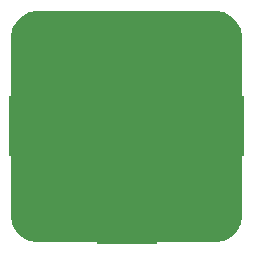
<source format=gbr>
%TF.GenerationSoftware,KiCad,Pcbnew,6.0.1-79c1e3a40b~116~ubuntu20.04.1*%
%TF.CreationDate,2022-01-30T13:12:07+01:00*%
%TF.ProjectId,mixer,6d697865-722e-46b6-9963-61645f706362,rev?*%
%TF.SameCoordinates,Original*%
%TF.FileFunction,Copper,L2,Bot*%
%TF.FilePolarity,Positive*%
%FSLAX46Y46*%
G04 Gerber Fmt 4.6, Leading zero omitted, Abs format (unit mm)*
G04 Created by KiCad (PCBNEW 6.0.1-79c1e3a40b~116~ubuntu20.04.1) date 2022-01-30 13:12:07*
%MOMM*%
%LPD*%
G01*
G04 APERTURE LIST*
%TA.AperFunction,ComponentPad*%
%ADD10C,1.016000*%
%TD*%
%TA.AperFunction,ComponentPad*%
%ADD11C,0.800000*%
%TD*%
%TA.AperFunction,SMDPad,CuDef*%
%ADD12R,3.000000X5.200000*%
%TD*%
%TA.AperFunction,SMDPad,CuDef*%
%ADD13R,5.200000X3.000000*%
%TD*%
%TA.AperFunction,ComponentPad*%
%ADD14C,3.400000*%
%TD*%
%TA.AperFunction,ViaPad*%
%ADD15C,0.800000*%
%TD*%
G04 APERTURE END LIST*
D10*
%TO.P,U1,1,GND*%
%TO.N,GND*%
X145230000Y-78000000D03*
X149040000Y-73809000D03*
X143960000Y-78000000D03*
X149040000Y-78000000D03*
X146500000Y-78000000D03*
X147770000Y-78000000D03*
%TO.P,U1,4,GND*%
X143960000Y-82191000D03*
%TO.P,U1,5,GND*%
X146500000Y-82191000D03*
%TD*%
D11*
%TO.P,J3,2,Pin_2*%
%TO.N,GND*%
X155500000Y-79000000D03*
X156500000Y-79000000D03*
X157000000Y-76500000D03*
X155000000Y-76500000D03*
X157000000Y-78500000D03*
D12*
X156000000Y-77500000D03*
D11*
X155500000Y-76000000D03*
X156500000Y-76000000D03*
X156000000Y-76500000D03*
X155000000Y-78500000D03*
X156000000Y-78500000D03*
%TD*%
%TO.P,J2,2,Pin_2*%
%TO.N,GND*%
X146500000Y-86000000D03*
X146500000Y-85000000D03*
X148500000Y-86000000D03*
X149000000Y-86500000D03*
X149000000Y-85500000D03*
D13*
X147500000Y-86000000D03*
D11*
X146500000Y-87000000D03*
X148500000Y-85000000D03*
X148500000Y-87000000D03*
X146000000Y-86500000D03*
X146000000Y-85500000D03*
%TD*%
%TO.P,J1,2,Pin_2*%
%TO.N,GND*%
X139500000Y-76000000D03*
X138500000Y-76000000D03*
X138000000Y-78500000D03*
X140000000Y-78500000D03*
X138000000Y-76500000D03*
D12*
X139000000Y-77500000D03*
D11*
X139500000Y-79000000D03*
X138500000Y-79000000D03*
X139000000Y-78500000D03*
X140000000Y-76500000D03*
X139000000Y-76500000D03*
%TD*%
D14*
%TO.P,H4,1,1*%
%TO.N,GND*%
X140000000Y-85000000D03*
%TD*%
%TO.P,H3,1,1*%
%TO.N,GND*%
X140000000Y-70000000D03*
%TD*%
%TO.P,H2,1,1*%
%TO.N,GND*%
X155000000Y-70000000D03*
%TD*%
%TO.P,H1,1,1*%
%TO.N,GND*%
X155000000Y-85000000D03*
%TD*%
D15*
%TO.N,GND*%
X145000000Y-80000000D03*
X155000000Y-72500000D03*
X155000000Y-75000000D03*
X155000000Y-80000000D03*
X152500000Y-80000000D03*
X155000000Y-82500000D03*
X152500000Y-85000000D03*
X152500000Y-82500000D03*
X145000000Y-82500000D03*
X145000000Y-85000000D03*
X142500000Y-85000000D03*
X142500000Y-82500000D03*
X142500000Y-80000000D03*
X140000000Y-80000000D03*
X140000000Y-82500000D03*
X140000000Y-72500000D03*
X152500000Y-70000000D03*
X150000000Y-70000000D03*
X147500000Y-70000000D03*
X145000000Y-70000000D03*
X142500000Y-70000000D03*
X151500000Y-83000000D03*
X149500000Y-85000000D03*
X150000000Y-84500000D03*
X150500000Y-84000000D03*
X151000000Y-83500000D03*
X152000000Y-79500000D03*
X151500000Y-82000000D03*
X151500000Y-81000000D03*
X151500000Y-80000000D03*
X151000000Y-79500000D03*
X151000000Y-80500000D03*
X151000000Y-81500000D03*
X151000000Y-82500000D03*
X150500000Y-83000000D03*
X150000000Y-83500000D03*
X140000000Y-75500000D03*
X140500000Y-75000000D03*
X145000000Y-72500000D03*
X144000000Y-72500000D03*
X143000000Y-72500000D03*
X141000000Y-74500000D03*
X141500000Y-75000000D03*
X142000000Y-74500000D03*
X141500000Y-74000000D03*
X142000000Y-73500000D03*
X142500000Y-73000000D03*
X143500000Y-73000000D03*
X144500000Y-73000000D03*
X153500000Y-74000000D03*
X153000000Y-73500000D03*
X153000000Y-72500000D03*
X152000000Y-71500000D03*
X150500000Y-71000000D03*
X149500000Y-71000000D03*
X148500000Y-71000000D03*
X147500000Y-71000000D03*
X145500000Y-73000000D03*
X146000000Y-72500000D03*
X146500000Y-72000000D03*
X145500000Y-72000000D03*
X146000000Y-71500000D03*
X147000000Y-71500000D03*
X148000000Y-71500000D03*
X149000000Y-71500000D03*
X150000000Y-71500000D03*
X151000000Y-71500000D03*
X151500000Y-72000000D03*
X152000000Y-72500000D03*
X152500000Y-72000000D03*
X152500000Y-73000000D03*
X142000000Y-75500000D03*
X141000000Y-75500000D03*
X141500000Y-76000000D03*
X140500000Y-76000000D03*
X141000000Y-78500000D03*
X142000000Y-78500000D03*
X142500000Y-79000000D03*
X141500000Y-79000000D03*
X140500000Y-79000000D03*
X146000000Y-83500000D03*
X146000000Y-84500000D03*
X146500000Y-84000000D03*
X149500000Y-83000000D03*
X149500000Y-84000000D03*
X149000000Y-83500000D03*
X149000000Y-84500000D03*
X151500000Y-79000000D03*
X150500000Y-75000000D03*
X150500000Y-76000000D03*
X150500000Y-77000000D03*
X151000000Y-77500000D03*
X150500000Y-78000000D03*
X151500000Y-78000000D03*
X151000000Y-78500000D03*
X152000000Y-78500000D03*
X153000000Y-78500000D03*
X154000000Y-78500000D03*
X152500000Y-79000000D03*
X153500000Y-79000000D03*
X154500000Y-79000000D03*
X154000000Y-76500000D03*
X152500000Y-74000000D03*
X153000000Y-74500000D03*
X152500000Y-75000000D03*
X153500000Y-75000000D03*
X153000000Y-75500000D03*
X154000000Y-75500000D03*
X153500000Y-76000000D03*
X154500000Y-76000000D03*
%TD*%
%TA.AperFunction,Conductor*%
%TO.N,GND*%
G36*
X154988227Y-67702518D02*
G01*
X154999642Y-67705143D01*
X155010517Y-67702682D01*
X155021663Y-67702702D01*
X155021663Y-67702737D01*
X155031724Y-67701919D01*
X155271264Y-67716409D01*
X155283116Y-67717848D01*
X155544542Y-67765756D01*
X155556135Y-67768613D01*
X155761078Y-67832476D01*
X155809872Y-67847681D01*
X155821050Y-67851920D01*
X156063406Y-67960995D01*
X156073991Y-67966551D01*
X156301422Y-68104038D01*
X156311261Y-68110829D01*
X156520463Y-68274728D01*
X156529412Y-68282655D01*
X156717345Y-68470588D01*
X156725272Y-68479537D01*
X156889171Y-68688739D01*
X156895962Y-68698578D01*
X157033449Y-68926009D01*
X157039005Y-68936594D01*
X157148080Y-69178950D01*
X157152319Y-69190128D01*
X157231385Y-69443857D01*
X157234244Y-69455458D01*
X157282152Y-69716884D01*
X157283591Y-69728734D01*
X157283592Y-69728743D01*
X157298050Y-69967755D01*
X157297230Y-69977627D01*
X157297375Y-69977627D01*
X157297355Y-69988778D01*
X157294857Y-69999642D01*
X157297317Y-70010514D01*
X157297317Y-70010516D01*
X157297559Y-70011583D01*
X157300000Y-70033432D01*
X157300000Y-84966040D01*
X157297482Y-84988227D01*
X157294857Y-84999642D01*
X157297318Y-85010517D01*
X157297298Y-85021663D01*
X157297263Y-85021663D01*
X157298081Y-85031726D01*
X157283592Y-85271257D01*
X157282152Y-85283116D01*
X157278549Y-85302780D01*
X157234246Y-85544535D01*
X157231385Y-85556143D01*
X157152319Y-85809872D01*
X157148080Y-85821050D01*
X157039005Y-86063406D01*
X157033449Y-86073991D01*
X156895962Y-86301422D01*
X156889171Y-86311261D01*
X156725272Y-86520463D01*
X156717345Y-86529412D01*
X156529412Y-86717345D01*
X156520463Y-86725272D01*
X156311261Y-86889171D01*
X156301422Y-86895962D01*
X156073991Y-87033449D01*
X156063406Y-87039005D01*
X155821050Y-87148080D01*
X155809872Y-87152319D01*
X155556135Y-87231387D01*
X155544542Y-87234244D01*
X155283116Y-87282152D01*
X155271266Y-87283591D01*
X155032243Y-87298050D01*
X155022373Y-87297230D01*
X155022373Y-87297375D01*
X155011222Y-87297355D01*
X155000358Y-87294857D01*
X154989486Y-87297317D01*
X154989484Y-87297317D01*
X154988417Y-87297559D01*
X154966568Y-87300000D01*
X140033960Y-87300000D01*
X140011773Y-87297482D01*
X140000358Y-87294857D01*
X139989483Y-87297318D01*
X139978337Y-87297298D01*
X139978337Y-87297263D01*
X139968276Y-87298081D01*
X139728736Y-87283591D01*
X139716884Y-87282152D01*
X139455458Y-87234244D01*
X139443865Y-87231387D01*
X139190128Y-87152319D01*
X139178950Y-87148080D01*
X138936594Y-87039005D01*
X138926009Y-87033449D01*
X138698578Y-86895962D01*
X138688739Y-86889171D01*
X138479537Y-86725272D01*
X138470588Y-86717345D01*
X138282655Y-86529412D01*
X138274728Y-86520463D01*
X138110829Y-86311261D01*
X138104038Y-86301422D01*
X137966551Y-86073991D01*
X137960995Y-86063406D01*
X137851920Y-85821050D01*
X137847681Y-85809872D01*
X137768615Y-85556143D01*
X137765754Y-85544535D01*
X137717850Y-85283125D01*
X137717848Y-85283118D01*
X137716408Y-85271256D01*
X137701966Y-85032500D01*
X137703702Y-85011805D01*
X137703235Y-85011751D01*
X137703876Y-85006177D01*
X137705142Y-85000716D01*
X137705143Y-85000000D01*
X137702479Y-84988321D01*
X137700000Y-84966304D01*
X137700000Y-70034222D01*
X137702557Y-70011867D01*
X137703875Y-70006181D01*
X137705142Y-70000716D01*
X137705143Y-70000000D01*
X137703900Y-69994552D01*
X137703278Y-69988992D01*
X137703654Y-69988950D01*
X137701935Y-69968016D01*
X137716408Y-69728743D01*
X137716409Y-69728742D01*
X137716409Y-69728736D01*
X137717848Y-69716884D01*
X137765756Y-69455458D01*
X137768615Y-69443857D01*
X137847681Y-69190128D01*
X137851920Y-69178950D01*
X137960995Y-68936594D01*
X137966551Y-68926009D01*
X138104038Y-68698578D01*
X138110829Y-68688739D01*
X138274728Y-68479537D01*
X138282655Y-68470588D01*
X138470588Y-68282655D01*
X138479537Y-68274728D01*
X138688739Y-68110829D01*
X138698578Y-68104038D01*
X138926009Y-67966551D01*
X138936594Y-67960995D01*
X139178950Y-67851920D01*
X139190128Y-67847681D01*
X139238922Y-67832476D01*
X139443865Y-67768613D01*
X139455458Y-67765756D01*
X139716884Y-67717848D01*
X139728734Y-67716409D01*
X139967757Y-67701950D01*
X139977627Y-67702770D01*
X139977627Y-67702625D01*
X139988778Y-67702645D01*
X139999642Y-67705143D01*
X140010514Y-67702683D01*
X140010516Y-67702683D01*
X140011583Y-67702441D01*
X140033432Y-67700000D01*
X154966040Y-67700000D01*
X154988227Y-67702518D01*
G37*
%TD.AperFunction*%
%TD*%
M02*

</source>
